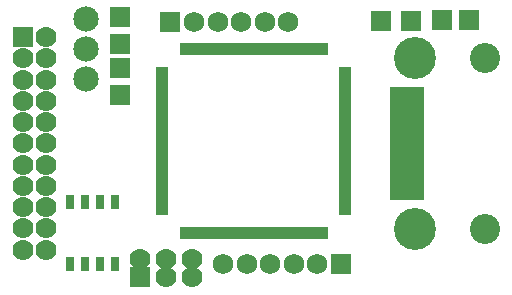
<source format=gts>
%FSLAX24Y24*%
%MOIN*%
G04 EasyPC Gerber Version 16.0.6 Build 3249 *
%ADD91R,0.02260X0.04150*%
%ADD92R,0.03165X0.04937*%
%ADD74R,0.06500X0.07000*%
%ADD77R,0.06906X0.06906*%
%ADD27R,0.07000X0.07000*%
%ADD73R,0.07000X0.07000*%
%ADD78C,0.06906*%
%ADD26C,0.07000*%
%ADD99C,0.08480*%
%ADD29C,0.10055*%
%ADD90R,0.04150X0.02260*%
%ADD93R,0.11236X0.02378*%
%ADD28C,0.13992*%
%ADD72R,0.07000X0.06500*%
X0Y0D02*
D02*
D26*
X871Y6077D03*
Y6786D03*
Y7495D03*
Y8203D03*
Y8912D03*
Y9621D03*
Y10329D03*
Y11038D03*
Y11747D03*
Y12455D03*
X1647Y13176D03*
X1655Y12467D03*
X1659Y6077D03*
Y6786D03*
Y7495D03*
Y8203D03*
Y8912D03*
Y9621D03*
Y10329D03*
Y11038D03*
Y11747D03*
X4789Y5782D03*
X5655Y5152D03*
Y5782D03*
X6521Y5152D03*
Y5782D03*
D02*
D27*
X871Y13164D03*
D02*
D28*
X13942Y6766D03*
Y12475D03*
D02*
D29*
X16275Y6766D03*
Y12475D03*
D02*
D72*
X14851Y13735D03*
X15751D03*
D02*
D73*
X12824Y13696D03*
X13824D03*
D02*
D74*
X4100Y11218D03*
Y12118D03*
Y12931D03*
Y13831D03*
D02*
D77*
X4789Y5152D03*
X5793Y13676D03*
X11482Y5605D03*
D02*
D78*
X6580Y13676D03*
X7368D03*
X7545Y5605D03*
X8155Y13676D03*
X8332Y5605D03*
X8942Y13676D03*
X9119Y5605D03*
X9730Y13676D03*
X9907Y5605D03*
X10694D03*
D02*
D90*
X5517Y7337D03*
Y7534D03*
Y7731D03*
Y7928D03*
Y8125D03*
Y8322D03*
Y8518D03*
Y8715D03*
Y8912D03*
Y9109D03*
Y9306D03*
Y9503D03*
Y9700D03*
Y9896D03*
Y10093D03*
Y10290D03*
Y10487D03*
Y10684D03*
Y10881D03*
Y11077D03*
Y11274D03*
Y11471D03*
Y11668D03*
Y11865D03*
Y12062D03*
X11619Y7337D03*
Y7534D03*
Y7731D03*
Y7928D03*
Y8125D03*
Y8322D03*
Y8518D03*
Y8715D03*
Y8912D03*
Y9109D03*
Y9306D03*
Y9503D03*
Y9700D03*
Y9896D03*
Y10093D03*
Y10290D03*
Y10487D03*
Y10684D03*
Y10881D03*
Y11077D03*
Y11274D03*
Y11471D03*
Y11668D03*
Y11865D03*
Y12062D03*
D02*
D91*
X6206Y6648D03*
Y12751D03*
X6403Y6648D03*
Y12751D03*
X6600Y6648D03*
Y12751D03*
X6797Y6648D03*
Y12751D03*
X6994Y6648D03*
Y12751D03*
X7190Y6648D03*
Y12751D03*
X7387Y6648D03*
Y12751D03*
X7584Y6648D03*
Y12751D03*
X7781Y6648D03*
Y12751D03*
X7978Y6648D03*
Y12751D03*
X8175Y6648D03*
Y12751D03*
X8371Y6648D03*
Y12751D03*
X8568Y6648D03*
Y12751D03*
X8765Y6648D03*
Y12751D03*
X8962Y6648D03*
Y12751D03*
X9159Y6648D03*
Y12751D03*
X9356Y6648D03*
Y12751D03*
X9553Y6648D03*
Y12751D03*
X9749Y6648D03*
Y12751D03*
X9946Y6648D03*
Y12751D03*
X10143Y6648D03*
Y12751D03*
X10340Y6648D03*
Y12751D03*
X10537Y6648D03*
Y12751D03*
X10734Y6648D03*
Y12751D03*
X10931Y6648D03*
Y12751D03*
D02*
D92*
X2444Y5585D03*
Y7672D03*
X2944Y5585D03*
Y7672D03*
X3444Y5585D03*
Y7672D03*
X3944Y5585D03*
Y7672D03*
D02*
D93*
X13667Y7849D03*
Y8046D03*
Y8243D03*
Y8440D03*
Y8637D03*
Y8833D03*
Y9030D03*
Y9227D03*
Y9424D03*
Y9621D03*
Y9818D03*
Y10014D03*
Y10211D03*
Y10408D03*
Y10605D03*
Y10802D03*
Y10999D03*
Y11196D03*
Y11392D03*
D02*
D99*
X2997Y11751D03*
Y12751D03*
Y13751D03*
X0Y0D02*
M02*

</source>
